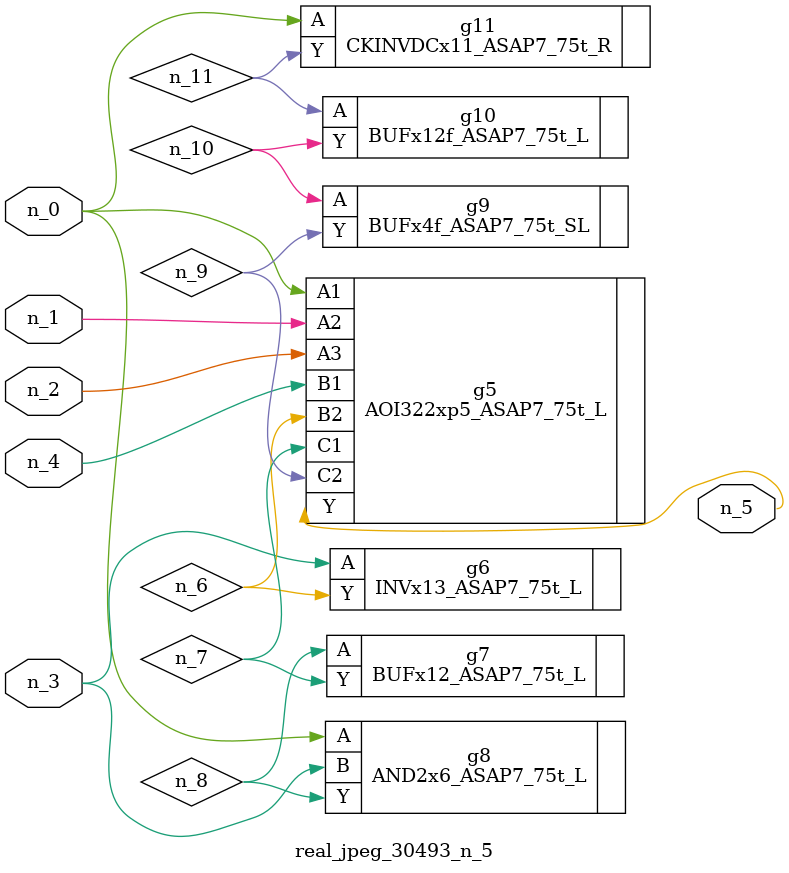
<source format=v>
module real_jpeg_30493_n_5 (n_4, n_0, n_1, n_2, n_3, n_5);

input n_4;
input n_0;
input n_1;
input n_2;
input n_3;

output n_5;

wire n_8;
wire n_11;
wire n_6;
wire n_7;
wire n_10;
wire n_9;

AOI322xp5_ASAP7_75t_L g5 ( 
.A1(n_0),
.A2(n_1),
.A3(n_2),
.B1(n_4),
.B2(n_6),
.C1(n_7),
.C2(n_9),
.Y(n_5)
);

AND2x6_ASAP7_75t_L g8 ( 
.A(n_0),
.B(n_3),
.Y(n_8)
);

CKINVDCx11_ASAP7_75t_R g11 ( 
.A(n_0),
.Y(n_11)
);

INVx13_ASAP7_75t_L g6 ( 
.A(n_3),
.Y(n_6)
);

BUFx12_ASAP7_75t_L g7 ( 
.A(n_8),
.Y(n_7)
);

BUFx4f_ASAP7_75t_SL g9 ( 
.A(n_10),
.Y(n_9)
);

BUFx12f_ASAP7_75t_L g10 ( 
.A(n_11),
.Y(n_10)
);


endmodule
</source>
